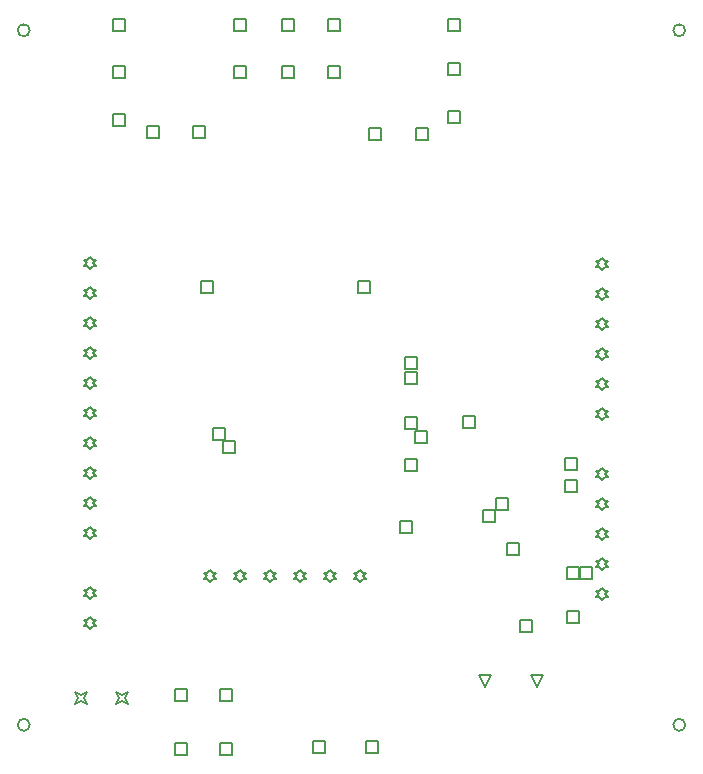
<source format=gbr>
%TF.GenerationSoftware,Altium Limited,Altium NEXUS,2.1.6 (59)*%
G04 Layer_Color=2752767*
%FSLAX45Y45*%
%MOMM*%
%TF.FileFunction,Drawing*%
%TF.Part,Single*%
G01*
G75*
%TA.AperFunction,NonConductor*%
%ADD47C,0.12700*%
%ADD84C,0.16933*%
D47*
X6934200Y4419600D02*
Y4521200D01*
X7035800D01*
Y4419600D01*
X6934200D01*
X3886200Y7950200D02*
Y8051800D01*
X3987800D01*
Y7950200D01*
X3886200D01*
X6165800Y7937500D02*
Y8039100D01*
X6267400D01*
Y7937500D01*
X6165800D01*
X5765800D02*
Y8039100D01*
X5867400D01*
Y7937500D01*
X5765800D01*
X4279900Y7950200D02*
Y8051800D01*
X4381500D01*
Y7950200D01*
X4279900D01*
X5422900Y8458200D02*
Y8559800D01*
X5524500D01*
Y8458200D01*
X5422900D01*
X5029200D02*
Y8559800D01*
X5130800D01*
Y8458200D01*
X5029200D01*
X4622800D02*
Y8559800D01*
X4724400D01*
Y8458200D01*
X4622800D01*
X5422900Y8858200D02*
Y8959800D01*
X5524500D01*
Y8858200D01*
X5422900D01*
X5029200D02*
Y8959800D01*
X5130800D01*
Y8858200D01*
X5029200D01*
X4622800D02*
Y8959800D01*
X4724400D01*
Y8858200D01*
X4622800D01*
X7188200Y3302000D02*
X7137400Y3403600D01*
X7239000D01*
X7188200Y3302000D01*
X6748200D02*
X6697400Y3403600D01*
X6799000D01*
X6748200Y3302000D01*
X3403600Y4559300D02*
X3429000Y4584700D01*
X3454400D01*
X3429000Y4610100D01*
X3454400Y4635500D01*
X3429000D01*
X3403600Y4660900D01*
X3378200Y4635500D01*
X3352800D01*
X3378200Y4610100D01*
X3352800Y4584700D01*
X3378200D01*
X3403600Y4559300D01*
Y4813300D02*
X3429000Y4838700D01*
X3454400D01*
X3429000Y4864100D01*
X3454400Y4889500D01*
X3429000D01*
X3403600Y4914900D01*
X3378200Y4889500D01*
X3352800D01*
X3378200Y4864100D01*
X3352800Y4838700D01*
X3378200D01*
X3403600Y4813300D01*
X7743700Y5562600D02*
X7769100Y5588000D01*
X7794500D01*
X7769100Y5613400D01*
X7794500Y5638800D01*
X7769100D01*
X7743700Y5664200D01*
X7718300Y5638800D01*
X7692900D01*
X7718300Y5613400D01*
X7692900Y5588000D01*
X7718300D01*
X7743700Y5562600D01*
Y5816600D02*
X7769100Y5842000D01*
X7794500D01*
X7769100Y5867400D01*
X7794500Y5892800D01*
X7769100D01*
X7743700Y5918200D01*
X7718300Y5892800D01*
X7692900D01*
X7718300Y5867400D01*
X7692900Y5842000D01*
X7718300D01*
X7743700Y5816600D01*
Y6070600D02*
X7769100Y6096000D01*
X7794500D01*
X7769100Y6121400D01*
X7794500Y6146800D01*
X7769100D01*
X7743700Y6172200D01*
X7718300Y6146800D01*
X7692900D01*
X7718300Y6121400D01*
X7692900Y6096000D01*
X7718300D01*
X7743700Y6070600D01*
Y6324600D02*
X7769100Y6350000D01*
X7794500D01*
X7769100Y6375400D01*
X7794500Y6400800D01*
X7769100D01*
X7743700Y6426200D01*
X7718300Y6400800D01*
X7692900D01*
X7718300Y6375400D01*
X7692900Y6350000D01*
X7718300D01*
X7743700Y6324600D01*
Y6578600D02*
X7769100Y6604000D01*
X7794500D01*
X7769100Y6629400D01*
X7794500Y6654800D01*
X7769100D01*
X7743700Y6680200D01*
X7718300Y6654800D01*
X7692900D01*
X7718300Y6629400D01*
X7692900Y6604000D01*
X7718300D01*
X7743700Y6578600D01*
Y6832600D02*
X7769100Y6858000D01*
X7794500D01*
X7769100Y6883400D01*
X7794500Y6908800D01*
X7769100D01*
X7743700Y6934200D01*
X7718300Y6908800D01*
X7692900D01*
X7718300Y6883400D01*
X7692900Y6858000D01*
X7718300D01*
X7743700Y6832600D01*
X3403600Y4051300D02*
X3429000Y4076700D01*
X3454400D01*
X3429000Y4102100D01*
X3454400Y4127500D01*
X3429000D01*
X3403600Y4152900D01*
X3378200Y4127500D01*
X3352800D01*
X3378200Y4102100D01*
X3352800Y4076700D01*
X3378200D01*
X3403600Y4051300D01*
Y3797300D02*
X3429000Y3822700D01*
X3454400D01*
X3429000Y3848100D01*
X3454400Y3873500D01*
X3429000D01*
X3403600Y3898900D01*
X3378200Y3873500D01*
X3352800D01*
X3378200Y3848100D01*
X3352800Y3822700D01*
X3378200D01*
X3403600Y3797300D01*
Y6845300D02*
X3429000Y6870700D01*
X3454400D01*
X3429000Y6896100D01*
X3454400Y6921500D01*
X3429000D01*
X3403600Y6946900D01*
X3378200Y6921500D01*
X3352800D01*
X3378200Y6896100D01*
X3352800Y6870700D01*
X3378200D01*
X3403600Y6845300D01*
Y6591300D02*
X3429000Y6616700D01*
X3454400D01*
X3429000Y6642100D01*
X3454400Y6667500D01*
X3429000D01*
X3403600Y6692900D01*
X3378200Y6667500D01*
X3352800D01*
X3378200Y6642100D01*
X3352800Y6616700D01*
X3378200D01*
X3403600Y6591300D01*
Y6337300D02*
X3429000Y6362700D01*
X3454400D01*
X3429000Y6388100D01*
X3454400Y6413500D01*
X3429000D01*
X3403600Y6438900D01*
X3378200Y6413500D01*
X3352800D01*
X3378200Y6388100D01*
X3352800Y6362700D01*
X3378200D01*
X3403600Y6337300D01*
Y6083300D02*
X3429000Y6108700D01*
X3454400D01*
X3429000Y6134100D01*
X3454400Y6159500D01*
X3429000D01*
X3403600Y6184900D01*
X3378200Y6159500D01*
X3352800D01*
X3378200Y6134100D01*
X3352800Y6108700D01*
X3378200D01*
X3403600Y6083300D01*
Y5829300D02*
X3429000Y5854700D01*
X3454400D01*
X3429000Y5880100D01*
X3454400Y5905500D01*
X3429000D01*
X3403600Y5930900D01*
X3378200Y5905500D01*
X3352800D01*
X3378200Y5880100D01*
X3352800Y5854700D01*
X3378200D01*
X3403600Y5829300D01*
Y5575300D02*
X3429000Y5600700D01*
X3454400D01*
X3429000Y5626100D01*
X3454400Y5651500D01*
X3429000D01*
X3403600Y5676900D01*
X3378200Y5651500D01*
X3352800D01*
X3378200Y5626100D01*
X3352800Y5600700D01*
X3378200D01*
X3403600Y5575300D01*
Y5321300D02*
X3429000Y5346700D01*
X3454400D01*
X3429000Y5372100D01*
X3454400Y5397500D01*
X3429000D01*
X3403600Y5422900D01*
X3378200Y5397500D01*
X3352800D01*
X3378200Y5372100D01*
X3352800Y5346700D01*
X3378200D01*
X3403600Y5321300D01*
Y5067300D02*
X3429000Y5092700D01*
X3454400D01*
X3429000Y5118100D01*
X3454400Y5143500D01*
X3429000D01*
X3403600Y5168900D01*
X3378200Y5143500D01*
X3352800D01*
X3378200Y5118100D01*
X3352800Y5092700D01*
X3378200D01*
X3403600Y5067300D01*
X3276600Y3162300D02*
X3302000Y3213100D01*
X3276600Y3263900D01*
X3327400Y3238500D01*
X3378200Y3263900D01*
X3352800Y3213100D01*
X3378200Y3162300D01*
X3327400Y3187700D01*
X3276600Y3162300D01*
X3626600D02*
X3652000Y3213100D01*
X3626600Y3263900D01*
X3677400Y3238500D01*
X3728200Y3263900D01*
X3702800Y3213100D01*
X3728200Y3162300D01*
X3677400Y3187700D01*
X3626600Y3162300D01*
X7743700Y4038600D02*
X7769100Y4064000D01*
X7794500D01*
X7769100Y4089400D01*
X7794500Y4114800D01*
X7769100D01*
X7743700Y4140200D01*
X7718300Y4114800D01*
X7692900D01*
X7718300Y4089400D01*
X7692900Y4064000D01*
X7718300D01*
X7743700Y4038600D01*
Y4292600D02*
X7769100Y4318000D01*
X7794500D01*
X7769100Y4343400D01*
X7794500Y4368800D01*
X7769100D01*
X7743700Y4394200D01*
X7718300Y4368800D01*
X7692900D01*
X7718300Y4343400D01*
X7692900Y4318000D01*
X7718300D01*
X7743700Y4292600D01*
Y4546600D02*
X7769100Y4572000D01*
X7794500D01*
X7769100Y4597400D01*
X7794500Y4622800D01*
X7769100D01*
X7743700Y4648200D01*
X7718300Y4622800D01*
X7692900D01*
X7718300Y4597400D01*
X7692900Y4572000D01*
X7718300D01*
X7743700Y4546600D01*
Y4800600D02*
X7769100Y4826000D01*
X7794500D01*
X7769100Y4851400D01*
X7794500Y4876800D01*
X7769100D01*
X7743700Y4902200D01*
X7718300Y4876800D01*
X7692900D01*
X7718300Y4851400D01*
X7692900Y4826000D01*
X7718300D01*
X7743700Y4800600D01*
Y5054600D02*
X7769100Y5080000D01*
X7794500D01*
X7769100Y5105400D01*
X7794500Y5130800D01*
X7769100D01*
X7743700Y5156200D01*
X7718300Y5130800D01*
X7692900D01*
X7718300Y5105400D01*
X7692900Y5080000D01*
X7718300D01*
X7743700Y5054600D01*
X5689600Y4191000D02*
X5715000Y4216400D01*
X5740400D01*
X5715000Y4241800D01*
X5740400Y4267200D01*
X5715000D01*
X5689600Y4292600D01*
X5664200Y4267200D01*
X5638800D01*
X5664200Y4241800D01*
X5638800Y4216400D01*
X5664200D01*
X5689600Y4191000D01*
X5435600D02*
X5461000Y4216400D01*
X5486400D01*
X5461000Y4241800D01*
X5486400Y4267200D01*
X5461000D01*
X5435600Y4292600D01*
X5410200Y4267200D01*
X5384800D01*
X5410200Y4241800D01*
X5384800Y4216400D01*
X5410200D01*
X5435600Y4191000D01*
X5181600D02*
X5207000Y4216400D01*
X5232400D01*
X5207000Y4241800D01*
X5232400Y4267200D01*
X5207000D01*
X5181600Y4292600D01*
X5156200Y4267200D01*
X5130800D01*
X5156200Y4241800D01*
X5130800Y4216400D01*
X5156200D01*
X5181600Y4191000D01*
X4927600D02*
X4953000Y4216400D01*
X4978400D01*
X4953000Y4241800D01*
X4978400Y4267200D01*
X4953000D01*
X4927600Y4292600D01*
X4902200Y4267200D01*
X4876800D01*
X4902200Y4241800D01*
X4876800Y4216400D01*
X4902200D01*
X4927600Y4191000D01*
X4673600D02*
X4699000Y4216400D01*
X4724400D01*
X4699000Y4241800D01*
X4724400Y4267200D01*
X4699000D01*
X4673600Y4292600D01*
X4648200Y4267200D01*
X4622800D01*
X4648200Y4241800D01*
X4622800Y4216400D01*
X4648200D01*
X4673600Y4191000D01*
X4419600D02*
X4445000Y4216400D01*
X4470400D01*
X4445000Y4241800D01*
X4470400Y4267200D01*
X4445000D01*
X4419600Y4292600D01*
X4394200Y4267200D01*
X4368800D01*
X4394200Y4241800D01*
X4368800Y4216400D01*
X4394200D01*
X4419600Y4191000D01*
X3598900Y8058200D02*
Y8159800D01*
X3700500D01*
Y8058200D01*
X3598900D01*
Y8458200D02*
Y8559800D01*
X3700500D01*
Y8458200D01*
X3598900D01*
Y8858200D02*
Y8959800D01*
X3700500D01*
Y8858200D01*
X3598900D01*
X6438900Y8083600D02*
Y8185200D01*
X6540500D01*
Y8083600D01*
X6438900D01*
Y8483600D02*
Y8585200D01*
X6540500D01*
Y8483600D01*
X6438900D01*
Y8858200D02*
Y8959800D01*
X6540500D01*
Y8858200D01*
X6438900D01*
X5295900Y2743200D02*
Y2844800D01*
X5397500D01*
Y2743200D01*
X5295900D01*
X5740400D02*
Y2844800D01*
X5842000D01*
Y2743200D01*
X5740400D01*
X7556500Y4216400D02*
Y4318000D01*
X7658100D01*
Y4216400D01*
X7556500D01*
X7442200Y3848100D02*
Y3949700D01*
X7543800D01*
Y3848100D01*
X7442200D01*
Y4216400D02*
Y4318000D01*
X7543800D01*
Y4216400D01*
X7442200D01*
X6565900Y5499100D02*
Y5600700D01*
X6667500D01*
Y5499100D01*
X6565900D01*
X6845300Y4800600D02*
Y4902200D01*
X6946900D01*
Y4800600D01*
X6845300D01*
X6070600Y5130800D02*
Y5232400D01*
X6172200D01*
Y5130800D01*
X6070600D01*
X6731000Y4699000D02*
Y4800600D01*
X6832600D01*
Y4699000D01*
X6731000D01*
X6032500Y4610100D02*
Y4711700D01*
X6134100D01*
Y4610100D01*
X6032500D01*
X7429500Y5143500D02*
Y5245100D01*
X7531100D01*
Y5143500D01*
X7429500D01*
X7426900Y4955600D02*
Y5057200D01*
X7528500D01*
Y4955600D01*
X7426900D01*
X7048500Y3771900D02*
Y3873500D01*
X7150100D01*
Y3771900D01*
X7048500D01*
X4508500Y2730500D02*
Y2832100D01*
X4610100D01*
Y2730500D01*
X4508500D01*
Y3187700D02*
Y3289300D01*
X4610100D01*
Y3187700D01*
X4508500D01*
X4127500Y2730500D02*
Y2832100D01*
X4229100D01*
Y2730500D01*
X4127500D01*
Y3187700D02*
Y3289300D01*
X4229100D01*
Y3187700D01*
X4127500D01*
X6159500Y5372100D02*
Y5473700D01*
X6261100D01*
Y5372100D01*
X6159500D01*
X5676900Y6642100D02*
Y6743700D01*
X5778500D01*
Y6642100D01*
X5676900D01*
X4343400D02*
Y6743700D01*
X4445000D01*
Y6642100D01*
X4343400D01*
X4445000Y5397500D02*
Y5499100D01*
X4546600D01*
Y5397500D01*
X4445000D01*
X4533900Y5283200D02*
Y5384800D01*
X4635500D01*
Y5283200D01*
X4533900D01*
X6070600Y5994400D02*
Y6096000D01*
X6172200D01*
Y5994400D01*
X6070600D01*
Y5867400D02*
Y5969000D01*
X6172200D01*
Y5867400D01*
X6070600D01*
Y5486400D02*
Y5588000D01*
X6172200D01*
Y5486400D01*
X6070600D01*
D84*
X2895600Y8864600D02*
G03*
X2895600Y8864600I-50800J0D01*
G01*
X8445500D02*
G03*
X8445500Y8864600I-50800J0D01*
G01*
Y2984500D02*
G03*
X8445500Y2984500I-50800J0D01*
G01*
X2895600D02*
G03*
X2895600Y2984500I-50800J0D01*
G01*
%TF.MD5,07da82fc14f272ac6cf6ad517dd76e9b*%
M02*

</source>
